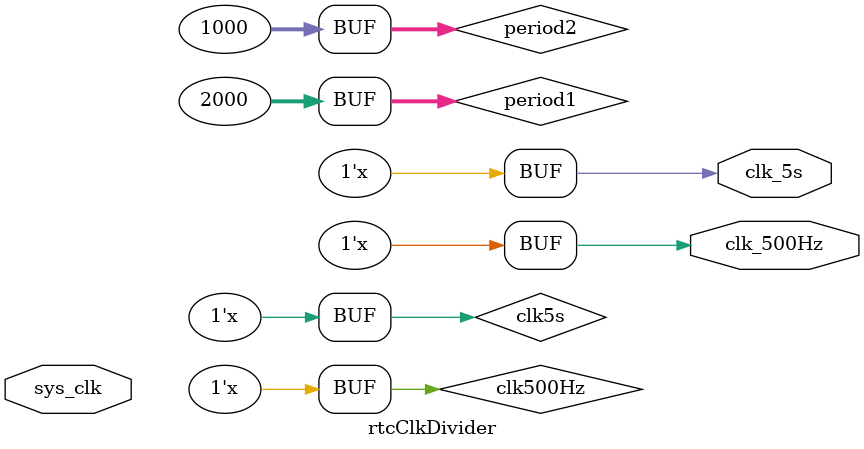
<source format=v>
module rtcClkDivider (
	input sys_clk,    // 1 MHz
	output clk_500Hz, // 500 Hz
	output clk_5s  // 0.2 Hz
);
reg clk500Hz, clk5s;
integer counter1, counter2, period1, period2;

parameter KEYCHANGE_PERIOD = 0.001;  // DO NOT CHANGE THE NAME OF THIS PARAMETER 
// AND MAKE SURE TO USE THIS PARAMETER INSTEAD OF HARDCODING OTHER VALUES


assign clk_500Hz = clk500Hz;
assign clk_5s = clk5s;
initial begin
	counter1 = 1;
	counter2 = 1;
	clk500Hz = 0;
 	clk5s = 0;
	period1 = 2000;
	period2 = 1000000*KEYCHANGE_PERIOD;
end

always @(sys_clk ) begin
	
	if(counter1==period1) begin
        clk500Hz <= ~clk500Hz;
        counter1 <= 1;
    end else counter1 <= counter1 + 1;
	if(counter2==period2) begin
        clk5s <= ~clk5s;
        counter2 <= 1;
    end else counter2 <= counter2 + 1;
end

endmodule
</source>
